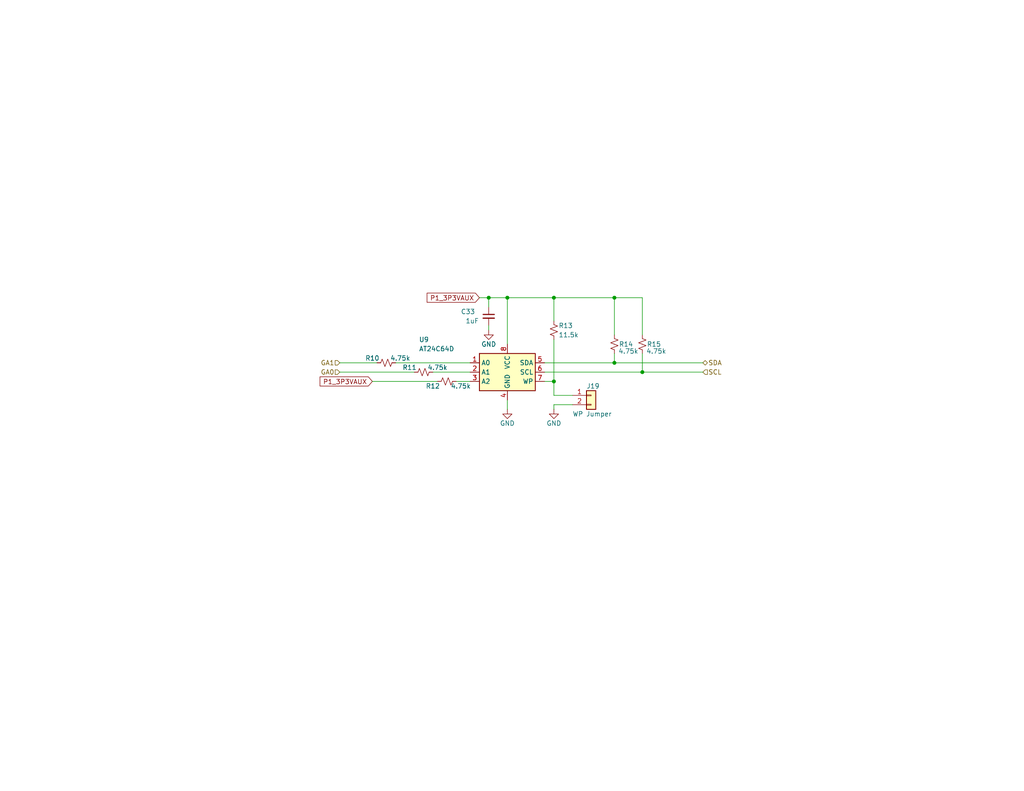
<source format=kicad_sch>
(kicad_sch (version 20250114) (generator "eeschema") (generator_version "9.0")
  (paper "USLetter")
  (title_block (title "RF Input FMC Board") (date "2025-10-16") (rev "0.2") (company "SPDX-FileCopyrightText: 2025 Osprey DCS") (comment 1 "SPDX-License-Identifier: CERN-OHL-S-2.0+"))
  (lib_symbols
    (symbol "Connector_Generic:Conn_01x02" (pin_names (offset 1.016) (hide yes))
      (property "Reference" "J" (at 0 2.54 0))
      (property "Value" "Conn_01x02" (at 0 -5.08 0))
      (symbol "Conn_01x02_1_1"
        (rectangle (start -1.27 1.27) (end 1.27 -3.81) (stroke (width 0.254)) (fill (type background)))
        (rectangle (start -1.27 0.127) (end 0 -0.127) (stroke (width 0.1524)))
        (rectangle (start -1.27 -2.413) (end 0 -2.667) (stroke (width 0.1524)))
        (pin passive line (at -5.08 0 0) (length 3.81) (name "Pin_1") (number "1"))
        (pin passive line (at -5.08 -2.54 0) (length 3.81) (name "Pin_2") (number "2"))
      )
    )
    (symbol "Device:C_Small" (pin_numbers (hide yes)) (pin_names (offset 0.254) (hide yes))
      (property "Reference" "C" (at 0.254 1.778 0))
      (property "Value" "C_Small" (at 0.254 -2.032 0))
      (symbol "C_Small_0_1"
        (polyline (pts (xy -1.524 0.508) (xy 1.524 0.508)) (stroke (width 0.3048)))
        (polyline (pts (xy -1.524 -0.508) (xy 1.524 -0.508)) (stroke (width 0.3302)))
      )
      (symbol "C_Small_1_1"
        (pin passive line (at 0 2.54 270) (length 2.032) (name "~") (number "1"))
        (pin passive line (at 0 -2.54 90) (length 2.032) (name "~") (number "2"))
      )
    )
    (symbol "Device:R_Small_US" (pin_numbers (hide yes)) (pin_names (offset 0.254) (hide yes))
      (property "Reference" "R" (at 0.762 0.508 0))
      (property "Value" "R_Small_US" (at 0.762 -1.016 0))
      (symbol "R_Small_US_1_1"
        (polyline (pts (xy 0 1.524) (xy 1.016 1.143) (xy 0 0.762) (xy -1.016 0.381) (xy 0 0)))
        (polyline (pts (xy 0 0) (xy 1.016 -0.381) (xy 0 -0.762) (xy -1.016 -1.143) (xy 0 -1.524)))
        (pin passive line (at 0 2.54 270) (length 1.016) (name "~") (number "1"))
        (pin passive line (at 0 -2.54 90) (length 1.016) (name "~") (number "2"))
      )
    )
    (symbol "Memory_EEPROM:AT24CS01-SSHM"
      (property "Reference" "U" (at -7.62 6.35 0))
      (property "Value" "AT24CS01-SSHM" (at 2.54 -6.35 0))
      (symbol "AT24CS01-SSHM_1_1"
        (rectangle (start -7.62 5.08) (end 7.62 -5.08) (stroke (width 0.254)) (fill (type background)))
        (pin input line (at -10.16 2.54 0) (length 2.54) (name "A0") (number "1"))
        (pin input line (at -10.16 0 0) (length 2.54) (name "A1") (number "2"))
        (pin input line (at -10.16 -2.54 0) (length 2.54) (name "A2") (number "3"))
        (pin power_in line (at 0 7.62 270) (length 2.54) (name "VCC") (number "8"))
        (pin power_in line (at 0 -7.62 90) (length 2.54) (name "GND") (number "4"))
        (pin bidirectional line (at 10.16 2.54 180) (length 2.54) (name "SDA") (number "5"))
        (pin input line (at 10.16 0 180) (length 2.54) (name "SCL") (number "6"))
        (pin input line (at 10.16 -2.54 180) (length 2.54) (name "WP") (number "7"))
      )
    )
    (symbol "power:GND" (power) (pin_numbers (hide yes)) (pin_names (offset 0) (hide yes))
      (property "Value" "GND" (at 0 -3.81 0))
      (symbol "GND_0_1"
        (polyline (pts (xy 0 0) (xy 0 -1.27) (xy 1.27 -1.27) (xy 0 -2.54) (xy -1.27 -1.27) (xy 0 -1.27)))
      )
      (symbol "GND_1_1"
        (pin power_in line (at 0 0 270) (length 0) (name "~") (number "1"))
      )
    )
  )
  (junction (at 167.64 99.06))
  (junction (at 138.43 81.28))
  (junction (at 151.13 81.28))
  (junction (at 167.64 81.28))
  (junction (at 151.13 104.14))
  (junction (at 133.35 81.28))
  (junction (at 175.26 101.6))
  (wire (pts (xy 107.95 99.06) (xy 128.27 99.06)))
  (wire (pts (xy 124.46 104.14) (xy 128.27 104.14)))
  (wire (pts (xy 138.43 81.28) (xy 151.13 81.28)))
  (wire (pts (xy 118.11 101.6) (xy 128.27 101.6)))
  (wire (pts (xy 138.43 109.22) (xy 138.43 111.76)))
  (wire (pts (xy 175.26 101.6) (xy 191.77 101.6)))
  (wire (pts (xy 151.13 104.14) (xy 151.13 107.95)))
  (wire (pts (xy 148.59 101.6) (xy 175.26 101.6)))
  (wire (pts (xy 151.13 81.28) (xy 167.64 81.28)))
  (wire (pts (xy 151.13 81.28) (xy 151.13 87.63)))
  (wire (pts (xy 148.59 99.06) (xy 167.64 99.06)))
  (wire (pts (xy 167.64 96.52) (xy 167.64 99.06)))
  (wire (pts (xy 167.64 91.44) (xy 167.64 81.28)))
  (wire (pts (xy 151.13 92.71) (xy 151.13 104.14)))
  (wire (pts (xy 133.35 90.17) (xy 133.35 88.9)))
  (wire (pts (xy 101.6 104.14) (xy 119.38 104.14)))
  (wire (pts (xy 133.35 81.28) (xy 133.35 83.82)))
  (wire (pts (xy 130.81 81.28) (xy 133.35 81.28)))
  (wire (pts (xy 156.21 110.49) (xy 151.13 110.49)))
  (wire (pts (xy 148.59 104.14) (xy 151.13 104.14)))
  (wire (pts (xy 138.43 93.98) (xy 138.43 81.28)))
  (wire (pts (xy 175.26 81.28) (xy 167.64 81.28)))
  (wire (pts (xy 175.26 91.44) (xy 175.26 81.28)))
  (wire (pts (xy 167.64 99.06) (xy 191.77 99.06)))
  (wire (pts (xy 133.35 81.28) (xy 138.43 81.28)))
  (wire (pts (xy 151.13 111.76) (xy 151.13 110.49)))
  (wire (pts (xy 92.71 101.6) (xy 113.03 101.6)))
  (wire (pts (xy 92.71 99.06) (xy 102.87 99.06)))
  (wire (pts (xy 151.13 107.95) (xy 156.21 107.95)))
  (wire (pts (xy 175.26 96.52) (xy 175.26 101.6)))
  (global_label "P1_3P3VAUX" (shape input) (at 130.81 81.28 180) (property "Intersheetrefs" "${INTERSHEET_REFS}" (at 116.0509 81.28 0) (effects (justify right))))
  (global_label "P1_3P3VAUX" (shape input) (at 101.6 104.14 180) (property "Intersheetrefs" "${INTERSHEET_REFS}" (at 86.7615 104.14 0) (effects (justify right))))
  (hierarchical_label "SDA" (shape bidirectional) (at 191.77 99.06 0))
  (hierarchical_label "GA0" (shape input) (at 92.71 101.6 180))
  (hierarchical_label "SCL" (shape input) (at 191.77 101.6 0))
  (hierarchical_label "GA1" (shape input) (at 92.71 99.06 180))
  (symbol (lib_id "Device:R_Small_US") (at 105.41 99.06 90) (unit 1)
    (property "Reference" "R10" (at 101.6 97.79 90))
    (property "Value" "4.75k" (at 109.22 97.79 90))
    (property "Footprint" "Resistor_SMD:R_0603_1608Metric" (effects (hide yes)))
    (property "Description" "RES 4.75K OHM 1% 1/10W 0603" (effects (hide yes)))
    (property "MPN" "RC0603FR-134K75L" (effects (hide yes)))
    (property "Manufacturer" "Yageo" (effects (hide yes)))
    (property "Supplier" "Digikey" (effects (hide yes)))
    (property "Supplier Part Number" "13-RC0603FR-134K75LCT-ND" (effects (hide yes)))
  )
  (symbol (lib_id "Device:R_Small_US") (at 151.13 90.17 0) (unit 1)
    (property "Reference" "R13" (at 152.4 88.9 0) (effects (justify left)))
    (property "Value" "11.5k" (at 152.4 91.44 0) (effects (justify left)))
    (property "Footprint" "Resistor_SMD:R_0603_1608Metric" (effects (hide yes)))
    (property "Description" "RES 11.5K OHM 1% 1/10W 0603" (effects (hide yes)))
    (property "MPN" "RC0603FR-0711K5L" (effects (hide yes)))
    (property "Manufacturer" "Yageo" (effects (hide yes)))
    (property "Supplier" "Digikey" (effects (hide yes)))
    (property "Supplier Part Number" "311-11.5KHRCT-ND" (effects (hide yes)))
  )
  (symbol (lib_id "power:GND") (at 151.13 111.76 0) (unit 1)
    (property "Reference" "#PWR037" (effects (hide yes)))
    (property "Value" "GND" (at 151.13 115.57 0))
    (property "Description" "Power symbol creates a global label with name \"GND\" , ground" (effects (hide yes)))
  )
  (symbol (lib_id "Memory_EEPROM:AT24CS01-SSHM") (at 138.43 101.6 0) (unit 1)
    (property "Reference" "U9" (at 114.3 92.71 0) (effects (justify left)))
    (property "Value" "AT24C64D" (at 114.3 95.25 0) (effects (justify left)))
    (property "Footprint" "Package_SO:SOIC-8_3.9x4.9mm_P1.27mm" (effects (hide yes)))
    (property "Datasheet" "https://mm.digikey.com/Volume0/opasdata/d220001/medias/docus/6663/AT24C64D-UUM-T.pdf" (effects (hide yes)))
    (property "Description" "IC EEPROM 64KBIT I2C 1MHZ 8SOIC" (effects (hide yes)))
    (property "MPN" "AT24C64D-SSHM-T" (effects (hide yes)))
    (property "Manufacturer" "Microchip Technology" (effects (hide yes)))
    (property "Supplier" "Digikey" (effects (hide yes)))
    (property "Supplier Part Number" "AT24C64D-SSHM-TCT-ND" (effects (hide yes)))
  )
  (symbol (lib_id "Device:C_Small") (at 133.35 86.36 0) (unit 1)
    (property "Reference" "C33" (at 125.73 85.09 0) (effects (justify left)))
    (property "Value" "1uF" (at 127 87.63 0) (effects (justify left)))
    (property "Footprint" "Capacitor_SMD:C_0603_1608Metric" (effects (hide yes)))
    (property "Description" "CAP CER 1UF 25V X7R 0603" (effects (hide yes)))
    (property "MPN" "GCM188R71E105KA64D" (effects (hide yes)))
    (property "Manufacturer" "Murata Electronics" (effects (hide yes)))
    (property "Supplier" "Digikey" (effects (hide yes)))
    (property "Supplier Part Number" "490-10673-1-ND" (effects (hide yes)))
  )
  (symbol (lib_id "power:GND") (at 138.43 111.76 0) (unit 1)
    (property "Reference" "#PWR036" (effects (hide yes)))
    (property "Value" "GND" (at 138.43 115.57 0))
    (property "Description" "Power symbol creates a global label with name \"GND\" , ground" (effects (hide yes)))
  )
  (symbol (lib_id "Device:R_Small_US") (at 167.64 93.98 0) (unit 1)
    (property "Reference" "R14" (at 170.815 93.98 0))
    (property "Value" "4.75k" (at 171.45 95.885 0))
    (property "Footprint" "Resistor_SMD:R_0603_1608Metric" (effects (hide yes)))
    (property "Description" "RES 4.75K OHM 1% 1/10W 0603" (effects (hide yes)))
    (property "MPN" "RC0603FR-134K75L" (effects (hide yes)))
    (property "Manufacturer" "Yageo" (effects (hide yes)))
    (property "Supplier" "Digikey" (effects (hide yes)))
    (property "Supplier Part Number" "13-RC0603FR-134K75LCT-ND" (effects (hide yes)))
  )
  (symbol (lib_id "Device:R_Small_US") (at 121.92 104.14 90) (unit 1)
    (property "Reference" "R12" (at 118.11 105.41 90))
    (property "Value" "4.75k" (at 125.73 105.41 90))
    (property "Footprint" "Resistor_SMD:R_0603_1608Metric" (effects (hide yes)))
    (property "Description" "RES 4.75K OHM 1% 1/10W 0603" (effects (hide yes)))
    (property "MPN" "RC0603FR-134K75L" (effects (hide yes)))
    (property "Manufacturer" "Yageo" (effects (hide yes)))
    (property "Supplier" "Digikey" (effects (hide yes)))
    (property "Supplier Part Number" "13-RC0603FR-134K75LCT-ND" (effects (hide yes)))
  )
  (symbol (lib_id "Device:R_Small_US") (at 115.57 101.6 90) (unit 1)
    (property "Reference" "R11" (at 111.76 100.33 90))
    (property "Value" "4.75k" (at 119.38 100.33 90))
    (property "Footprint" "Resistor_SMD:R_0603_1608Metric" (effects (hide yes)))
    (property "Description" "RES 4.75K OHM 1% 1/10W 0603" (effects (hide yes)))
    (property "MPN" "RC0603FR-134K75L" (effects (hide yes)))
    (property "Manufacturer" "Yageo" (effects (hide yes)))
    (property "Supplier" "Digikey" (effects (hide yes)))
    (property "Supplier Part Number" "13-RC0603FR-134K75LCT-ND" (effects (hide yes)))
  )
  (symbol (lib_id "Connector_Generic:Conn_01x02") (at 161.29 107.95 0) (unit 1)
    (property "Reference" "J19" (at 160.02 105.41 0) (effects (justify left)))
    (property "Value" "WP Jumper" (at 156.21 113.03 0) (effects (justify left)))
    (property "Footprint" "Connector_PinHeader_2.54mm:PinHeader_1x02_P2.54mm_Vertical" (effects (hide yes)))
    (property "Description" "CONN HEADER VERT 2POS 2.54MM" (effects (hide yes)))
    (property "MPN" "M20-9990245" (effects (hide yes)))
    (property "Manufacturer" "Harwin Inc." (effects (hide yes)))
    (property "Supplier" "Digikey" (effects (hide yes)))
    (property "Supplier Part Number" "952-2261-ND" (effects (hide yes)))
  )
  (symbol (lib_id "Device:R_Small_US") (at 175.26 93.98 0) (unit 1)
    (property "Reference" "R15" (at 178.435 93.98 0))
    (property "Value" "4.75k" (at 179.07 95.885 0))
    (property "Footprint" "Resistor_SMD:R_0603_1608Metric" (effects (hide yes)))
    (property "Description" "RES 4.75K OHM 1% 1/10W 0603" (effects (hide yes)))
    (property "MPN" "RC0603FR-134K75L" (effects (hide yes)))
    (property "Manufacturer" "Yageo" (effects (hide yes)))
    (property "Supplier" "Digikey" (effects (hide yes)))
    (property "Supplier Part Number" "13-RC0603FR-134K75LCT-ND" (effects (hide yes)))
  )
  (symbol (lib_id "power:GND") (at 133.35 90.17 0) (unit 1)
    (property "Reference" "#PWR035" (effects (hide yes)))
    (property "Value" "GND" (at 133.35 93.98 0))
    (property "Description" "Power symbol creates a global label with name \"GND\" , ground" (effects (hide yes)))
  )
)
</source>
